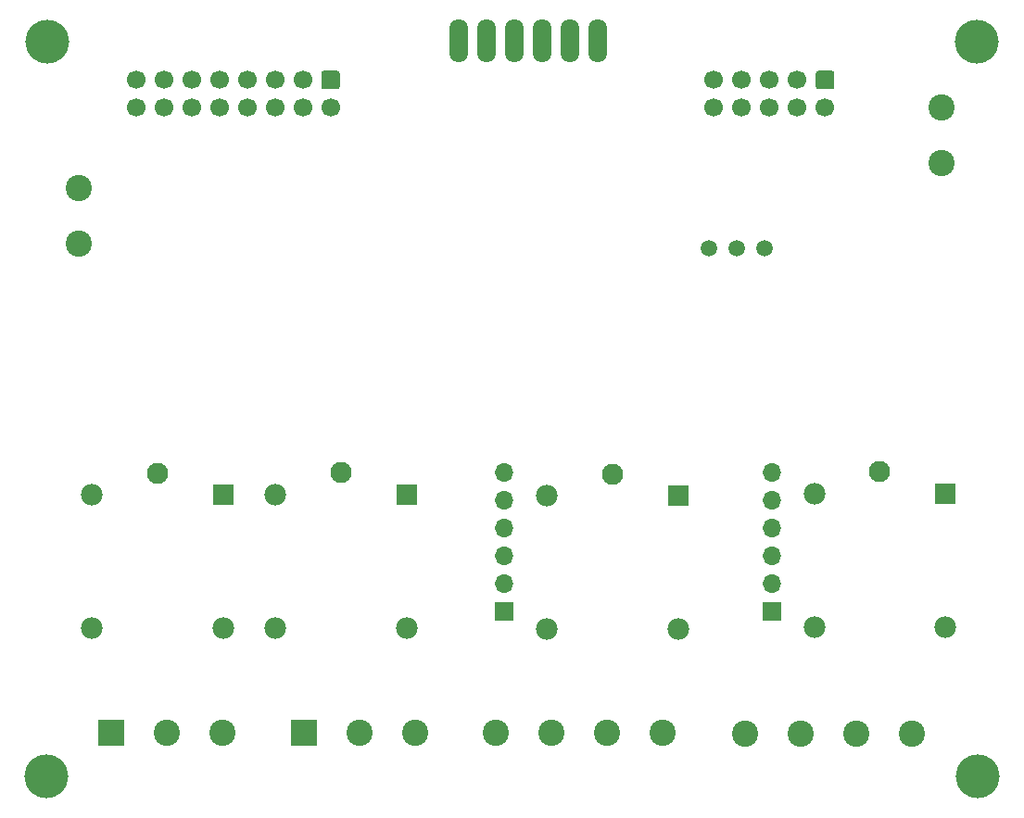
<source format=gbr>
%TF.GenerationSoftware,KiCad,Pcbnew,(5.1.10)-1*%
%TF.CreationDate,2021-12-03T15:52:50+05:30*%
%TF.ProjectId,Relay Board 2.0,52656c61-7920-4426-9f61-726420322e30,rev?*%
%TF.SameCoordinates,Original*%
%TF.FileFunction,Soldermask,Bot*%
%TF.FilePolarity,Negative*%
%FSLAX46Y46*%
G04 Gerber Fmt 4.6, Leading zero omitted, Abs format (unit mm)*
G04 Created by KiCad (PCBNEW (5.1.10)-1) date 2021-12-03 15:52:50*
%MOMM*%
%LPD*%
G01*
G04 APERTURE LIST*
%ADD10C,4.000000*%
%ADD11C,1.980000*%
%ADD12C,1.935000*%
%ADD13R,1.980000X1.980000*%
%ADD14C,1.700000*%
%ADD15O,1.700000X4.000000*%
%ADD16C,2.400000*%
%ADD17R,2.400000X2.400000*%
%ADD18C,1.500000*%
%ADD19O,1.700000X1.700000*%
%ADD20R,1.700000X1.700000*%
G04 APERTURE END LIST*
D10*
%TO.C,H4*%
X102440000Y-116570000D03*
%TD*%
%TO.C,H3*%
X187520000Y-116530000D03*
%TD*%
%TO.C,H2*%
X187460000Y-49430000D03*
%TD*%
%TO.C,H1*%
X102490000Y-49420000D03*
%TD*%
D11*
%TO.C,K3*%
X135360000Y-103000000D03*
X123360000Y-103000000D03*
X123360000Y-90800000D03*
D12*
X129360000Y-88800000D03*
D13*
X135360000Y-90800000D03*
%TD*%
D14*
%TO.C,J11*%
X163440000Y-55440000D03*
X165980000Y-55440000D03*
X168520000Y-55440000D03*
X171060000Y-55440000D03*
X173600000Y-55440000D03*
X163440000Y-52900000D03*
X165980000Y-52900000D03*
X168520000Y-52900000D03*
X171060000Y-52900000D03*
G36*
G01*
X173000000Y-52050000D02*
X174200000Y-52050000D01*
G75*
G02*
X174450000Y-52300000I0J-250000D01*
G01*
X174450000Y-53500000D01*
G75*
G02*
X174200000Y-53750000I-250000J0D01*
G01*
X173000000Y-53750000D01*
G75*
G02*
X172750000Y-53500000I0J250000D01*
G01*
X172750000Y-52300000D01*
G75*
G02*
X173000000Y-52050000I250000J0D01*
G01*
G37*
%TD*%
D15*
%TO.C,J10*%
X152789600Y-49330000D03*
X150249600Y-49330000D03*
X147709600Y-49330000D03*
X145169600Y-49330000D03*
X142629600Y-49330000D03*
X140089600Y-49330000D03*
%TD*%
D16*
%TO.C,J5*%
X118560000Y-112600000D03*
X113480000Y-112600000D03*
D17*
X108400000Y-112600000D03*
%TD*%
D16*
%TO.C,J4*%
X136110000Y-112600000D03*
X131030000Y-112600000D03*
D17*
X125950000Y-112600000D03*
%TD*%
D18*
%TO.C,PS1*%
X162950000Y-68265000D03*
X165490000Y-68265000D03*
X168030000Y-68265000D03*
%TD*%
D11*
%TO.C,K4*%
X118600000Y-103020000D03*
X106600000Y-103020000D03*
X106600000Y-90820000D03*
D12*
X112600000Y-88820000D03*
D13*
X118600000Y-90820000D03*
%TD*%
D11*
%TO.C,K2*%
X184600000Y-102910000D03*
X172600000Y-102910000D03*
X172600000Y-90710000D03*
D12*
X178600000Y-88710000D03*
D13*
X184600000Y-90710000D03*
%TD*%
D11*
%TO.C,K1*%
X160200000Y-103100000D03*
X148200000Y-103100000D03*
X148200000Y-90900000D03*
D12*
X154200000Y-88900000D03*
D13*
X160200000Y-90900000D03*
%TD*%
D19*
%TO.C,J9*%
X168700000Y-88800000D03*
X168700000Y-91340000D03*
X168700000Y-93880000D03*
X168700000Y-96420000D03*
X168700000Y-98960000D03*
D20*
X168700000Y-101500000D03*
%TD*%
D19*
%TO.C,J8*%
X144300000Y-88800000D03*
X144300000Y-91340000D03*
X144300000Y-93880000D03*
X144300000Y-96420000D03*
X144300000Y-98960000D03*
D20*
X144300000Y-101500000D03*
%TD*%
D14*
%TO.C,J7*%
X110620000Y-55440000D03*
X113160000Y-55440000D03*
X115700000Y-55440000D03*
X118240000Y-55440000D03*
X120780000Y-55440000D03*
X123320000Y-55440000D03*
X125860000Y-55440000D03*
X128400000Y-55440000D03*
X110620000Y-52900000D03*
X113160000Y-52900000D03*
X115700000Y-52900000D03*
X118240000Y-52900000D03*
X120780000Y-52900000D03*
X123320000Y-52900000D03*
X125860000Y-52900000D03*
G36*
G01*
X127800000Y-52050000D02*
X129000000Y-52050000D01*
G75*
G02*
X129250000Y-52300000I0J-250000D01*
G01*
X129250000Y-53500000D01*
G75*
G02*
X129000000Y-53750000I-250000J0D01*
G01*
X127800000Y-53750000D01*
G75*
G02*
X127550000Y-53500000I0J250000D01*
G01*
X127550000Y-52300000D01*
G75*
G02*
X127800000Y-52050000I250000J0D01*
G01*
G37*
%TD*%
D16*
%TO.C,J6*%
X105380000Y-67868800D03*
X105380000Y-62788800D03*
%TD*%
%TO.C,J3*%
X181540000Y-112620000D03*
X176460000Y-112620000D03*
X171380000Y-112620000D03*
X166300000Y-112620000D03*
%TD*%
%TO.C,J2*%
X158740000Y-112600000D03*
X153660000Y-112600000D03*
X148580000Y-112600000D03*
X143500000Y-112600000D03*
%TD*%
%TO.C,J1*%
X184210000Y-60490000D03*
X184210000Y-55410000D03*
%TD*%
M02*

</source>
